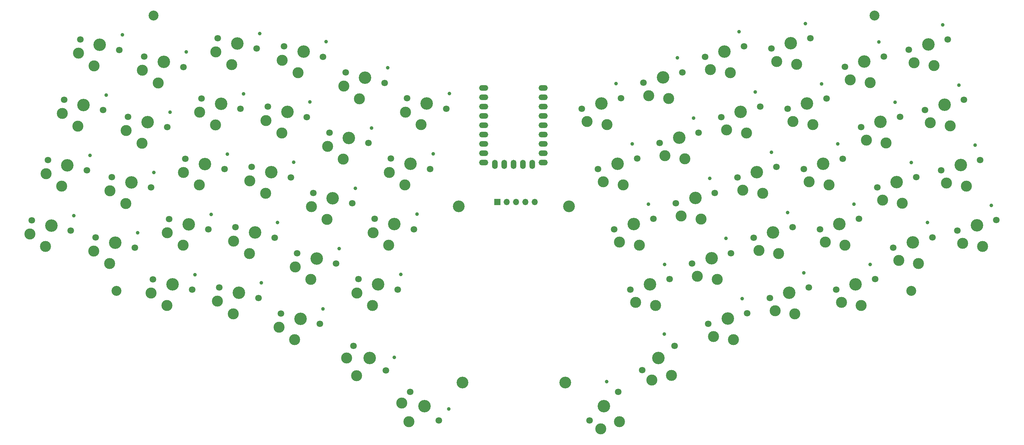
<source format=gbr>
%TF.GenerationSoftware,KiCad,Pcbnew,7.0.1*%
%TF.CreationDate,2023-03-26T20:17:16+02:00*%
%TF.ProjectId,SofleUnsplit,536f666c-6555-46e7-9370-6c69742e6b69,rev?*%
%TF.SameCoordinates,Original*%
%TF.FileFunction,Soldermask,Top*%
%TF.FilePolarity,Negative*%
%FSLAX46Y46*%
G04 Gerber Fmt 4.6, Leading zero omitted, Abs format (unit mm)*
G04 Created by KiCad (PCBNEW 7.0.1) date 2023-03-26 20:17:16*
%MOMM*%
%LPD*%
G01*
G04 APERTURE LIST*
%ADD10C,1.800000*%
%ADD11C,3.000000*%
%ADD12C,3.400000*%
%ADD13C,0.990600*%
%ADD14C,3.200000*%
%ADD15O,2.500000X1.500000*%
%ADD16O,1.500000X2.500000*%
%ADD17R,1.700000X1.700000*%
%ADD18O,1.700000X1.700000*%
%ADD19C,2.700000*%
G04 APERTURE END LIST*
D10*
%TO.C,SW7*%
X108459420Y-91020233D03*
D11*
X107971811Y-94771865D03*
D12*
X113772012Y-92443738D03*
D11*
X112232039Y-98190997D03*
D13*
X119901185Y-89737885D03*
D10*
X119084604Y-93867243D03*
%TD*%
%TO.C,SW10*%
X137234123Y-53178240D03*
D11*
X136746514Y-56929872D03*
D12*
X142546715Y-54601745D03*
D11*
X141006742Y-60349004D03*
D13*
X148675888Y-51895892D03*
D10*
X147859307Y-56025250D03*
%TD*%
%TO.C,SW37*%
X261772133Y-98163533D03*
D11*
X263225667Y-101656345D03*
D12*
X267084725Y-96740028D03*
D11*
X268624698Y-102487287D03*
D13*
X271039818Y-91332104D03*
D10*
X272397317Y-95316523D03*
%TD*%
%TO.C,SW17*%
X146467988Y-88263646D03*
D11*
X145980379Y-92015278D03*
D12*
X151780580Y-89687151D03*
D11*
X150240607Y-95434410D03*
D13*
X157909753Y-86981298D03*
D10*
X157093172Y-91110656D03*
%TD*%
%TO.C,SW47*%
X296545462Y-88846048D03*
D11*
X297998996Y-92338860D03*
D12*
X301858054Y-87422543D03*
D11*
X303398027Y-93169802D03*
D13*
X305813147Y-82014619D03*
D10*
X307170646Y-85999038D03*
%TD*%
%TO.C,SW58*%
X338306906Y-105608560D03*
D11*
X339760440Y-109101372D03*
D12*
X343619498Y-104185055D03*
D11*
X345159471Y-109932314D03*
D13*
X347574591Y-98777131D03*
D10*
X348932090Y-102761550D03*
%TD*%
D14*
%TO.C,H6*%
X232760000Y-99000000D03*
%TD*%
D10*
%TO.C,SW41*%
X274111826Y-74669237D03*
D11*
X275565360Y-78162049D03*
D12*
X279424418Y-73245732D03*
D11*
X280964391Y-78992991D03*
D13*
X283379511Y-67837808D03*
D10*
X284737010Y-71822227D03*
%TD*%
%TO.C,SW18*%
X142068064Y-104684385D03*
D11*
X141580455Y-108436017D03*
D12*
X147380656Y-106107890D03*
D11*
X145840683Y-111855149D03*
D13*
X153509829Y-103402037D03*
D10*
X152693248Y-107531395D03*
%TD*%
%TO.C,SW52*%
X316520318Y-93846563D03*
D11*
X317973852Y-97339375D03*
D12*
X321832910Y-92423058D03*
D11*
X323372883Y-98170317D03*
D13*
X325788003Y-87015134D03*
D10*
X327145502Y-90999553D03*
%TD*%
%TO.C,SW57*%
X333906983Y-89187820D03*
D11*
X335360517Y-92680632D03*
D12*
X339219575Y-87764315D03*
D11*
X340759548Y-93511574D03*
D13*
X343174668Y-82356391D03*
D10*
X344532167Y-86340810D03*
%TD*%
%TO.C,SW15*%
X155267836Y-55422168D03*
D11*
X154780227Y-59173800D03*
D12*
X160580428Y-56845673D03*
D11*
X159040455Y-62592932D03*
D13*
X166709601Y-54139820D03*
D10*
X165893020Y-58269178D03*
%TD*%
D14*
%TO.C,H8*%
X231760000Y-147000000D03*
%TD*%
D10*
%TO.C,SW22*%
X163207606Y-95337204D03*
D11*
X162719997Y-99088836D03*
D12*
X168520198Y-96760709D03*
D11*
X166980225Y-102507968D03*
D13*
X174649371Y-94054856D03*
D10*
X173832790Y-98184214D03*
%TD*%
%TO.C,SW4*%
X86672832Y-102782230D03*
D11*
X86185223Y-106533862D03*
D12*
X91985424Y-104205735D03*
D11*
X90445451Y-109952994D03*
D13*
X98114597Y-101499882D03*
D10*
X97298016Y-105629240D03*
%TD*%
%TO.C,SW49*%
X287311597Y-123931454D03*
D11*
X288765131Y-127424266D03*
D12*
X292624189Y-122507949D03*
D11*
X294164162Y-128255208D03*
D13*
X296579282Y-117100025D03*
D10*
X297936781Y-121084444D03*
%TD*%
D15*
%TO.C,U1*%
X225750000Y-66750000D03*
X225750000Y-69290000D03*
X225750000Y-71830000D03*
X225750000Y-74370000D03*
X225750000Y-76910000D03*
X225750000Y-79450000D03*
X225750000Y-81990000D03*
X225750000Y-84530000D03*
X225750000Y-87070000D03*
D16*
X222710000Y-87570000D03*
X220170000Y-87570000D03*
X217630000Y-87570000D03*
X215090000Y-87570000D03*
X212550000Y-87570000D03*
D15*
X209510000Y-87070000D03*
X209510000Y-84530000D03*
X209510000Y-81990000D03*
X209510000Y-79450000D03*
X209510000Y-76910000D03*
X209510000Y-74370000D03*
X209510000Y-71830000D03*
X209510000Y-69290000D03*
X209510000Y-66750000D03*
%TD*%
D10*
%TO.C,SW43*%
X282911674Y-107510715D03*
D11*
X284365208Y-111003527D03*
D12*
X288224266Y-106087210D03*
D11*
X289764239Y-111834469D03*
D13*
X292179359Y-100679286D03*
D10*
X293536858Y-104663705D03*
%TD*%
%TO.C,SW45*%
X287745615Y-56004570D03*
D11*
X289199149Y-59497382D03*
D12*
X293058207Y-54581065D03*
D11*
X294598180Y-60328324D03*
D13*
X297013300Y-49173141D03*
D10*
X298370799Y-53157560D03*
%TD*%
%TO.C,SW44*%
X270571980Y-131005012D03*
D11*
X272025514Y-134497824D03*
D12*
X275884572Y-129581507D03*
D11*
X277424545Y-135328766D03*
D13*
X279839665Y-124173583D03*
D10*
X281197164Y-128158002D03*
%TD*%
%TO.C,SW23*%
X158807682Y-111757943D03*
D11*
X158320073Y-115509575D03*
D12*
X164120274Y-113181448D03*
D11*
X162580301Y-118928707D03*
D13*
X170249447Y-110475595D03*
D10*
X169432866Y-114604953D03*
%TD*%
D14*
%TO.C,H7*%
X203760000Y-147000000D03*
%TD*%
D10*
%TO.C,SW42*%
X278511750Y-91089976D03*
D11*
X279965284Y-94582788D03*
D12*
X283824342Y-89666471D03*
D11*
X285364315Y-95413730D03*
D13*
X287779435Y-84258547D03*
D10*
X289136934Y-88242966D03*
%TD*%
%TO.C,SW28*%
X175547299Y-118831500D03*
D11*
X175059690Y-122583132D03*
D12*
X180859891Y-120255005D03*
D11*
X179319918Y-126002264D03*
D13*
X186989064Y-117549152D03*
D10*
X186172483Y-121678510D03*
%TD*%
%TO.C,SW34*%
X238347258Y-157332469D03*
D11*
X241352462Y-159630566D03*
D12*
X242236345Y-153443382D03*
D11*
X246443630Y-157650667D03*
D13*
X242957594Y-146782436D03*
D10*
X246125432Y-149554295D03*
%TD*%
D17*
%TO.C,J1*%
X213310000Y-97770000D03*
D18*
X215850000Y-97770000D03*
X218390000Y-97770000D03*
X220930000Y-97770000D03*
X223470000Y-97770000D03*
%TD*%
D10*
%TO.C,SW33*%
X249432439Y-121657830D03*
D11*
X250885973Y-125150642D03*
D12*
X254745031Y-120234325D03*
D11*
X256285004Y-125981584D03*
D13*
X258700124Y-114826401D03*
D10*
X260057623Y-118810820D03*
%TD*%
%TO.C,SW36*%
X257372209Y-81742794D03*
D11*
X258825743Y-85235606D03*
D12*
X262684801Y-80319289D03*
D11*
X264224774Y-86066548D03*
D13*
X266639894Y-74911365D03*
D10*
X267997393Y-78895784D03*
%TD*%
%TO.C,SW48*%
X300945386Y-105266787D03*
D11*
X302398920Y-108759599D03*
D12*
X306257978Y-103843282D03*
D11*
X307797951Y-109590541D03*
D13*
X310213071Y-98435358D03*
D10*
X311570570Y-102419777D03*
%TD*%
%TO.C,SW27*%
X179947223Y-102410761D03*
D11*
X179459614Y-106162393D03*
D12*
X185259815Y-103834266D03*
D11*
X183719842Y-109581525D03*
D13*
X191388988Y-101128413D03*
D10*
X190572407Y-105257771D03*
%TD*%
D19*
%TO.C,H3*%
X109760000Y-122000000D03*
%TD*%
D10*
%TO.C,SW1*%
X99872603Y-53520012D03*
D11*
X99384994Y-57271644D03*
D12*
X105185195Y-54943517D03*
D11*
X103645222Y-60690776D03*
D13*
X111314368Y-52237664D03*
D10*
X110497787Y-56367022D03*
%TD*%
%TO.C,SW35*%
X252972285Y-65322055D03*
D11*
X254425819Y-68814867D03*
D12*
X258284877Y-63898550D03*
D11*
X259824850Y-69645809D03*
D13*
X262239970Y-58490626D03*
D10*
X263597469Y-62475045D03*
%TD*%
%TO.C,SW38*%
X266172056Y-114584273D03*
D11*
X267625590Y-118077085D03*
D12*
X271484648Y-113160768D03*
D11*
X273024621Y-118908027D03*
D13*
X275439741Y-107752844D03*
D10*
X276797240Y-111737263D03*
%TD*%
%TO.C,SW5*%
X117259268Y-58178755D03*
D11*
X116771659Y-61930387D03*
D12*
X122571860Y-59602260D03*
D11*
X121031887Y-65349519D03*
D13*
X128701033Y-56896407D03*
D10*
X127884452Y-61025765D03*
%TD*%
%TO.C,SW12*%
X128434276Y-86019718D03*
D11*
X127946667Y-89771350D03*
D12*
X133746868Y-87443223D03*
D11*
X132206895Y-93190482D03*
D13*
X139876041Y-84737370D03*
D10*
X139059460Y-88866728D03*
%TD*%
D19*
%TO.C,H4*%
X325760000Y-122000000D03*
%TD*%
D10*
%TO.C,SW50*%
X307720470Y-61005085D03*
D11*
X309174004Y-64497897D03*
D12*
X313033062Y-59581580D03*
D11*
X314573035Y-65328839D03*
D13*
X316988155Y-54173656D03*
D10*
X318345654Y-58158075D03*
%TD*%
D19*
%TO.C,H1*%
X119760000Y-47000000D03*
%TD*%
D10*
%TO.C,SW16*%
X150867912Y-71842907D03*
D11*
X150380303Y-75594539D03*
D12*
X156180504Y-73266412D03*
D11*
X154640531Y-79013671D03*
D13*
X162309677Y-70560559D03*
D10*
X161493096Y-74689917D03*
%TD*%
%TO.C,SW32*%
X245032515Y-105237091D03*
D11*
X246486049Y-108729903D03*
D12*
X250345107Y-103813586D03*
D11*
X251885080Y-109560845D03*
D13*
X254300200Y-98405662D03*
D10*
X255657699Y-102390081D03*
%TD*%
%TO.C,SW8*%
X104059497Y-107440972D03*
D11*
X103571888Y-111192604D03*
D12*
X109372089Y-108864477D03*
D11*
X107832116Y-114611736D03*
D13*
X115501262Y-106158624D03*
D10*
X114684681Y-110287982D03*
%TD*%
%TO.C,SW40*%
X269711902Y-58248498D03*
D11*
X271165436Y-61741310D03*
D12*
X275024494Y-56824993D03*
D11*
X276564467Y-62572252D03*
D13*
X278979587Y-51417069D03*
D10*
X280337086Y-55401488D03*
%TD*%
%TO.C,SW14*%
X137668141Y-121105124D03*
D11*
X137180532Y-124856756D03*
D12*
X142980733Y-122528629D03*
D11*
X141440760Y-128275888D03*
D13*
X149109906Y-119822776D03*
D10*
X148293325Y-123952134D03*
%TD*%
%TO.C,SW54*%
X305345310Y-121687526D03*
D11*
X306798844Y-125180338D03*
D12*
X310657902Y-120264021D03*
D11*
X312197875Y-126011280D03*
D13*
X314612995Y-114856097D03*
D10*
X315970494Y-118840516D03*
%TD*%
D14*
%TO.C,H5*%
X202760000Y-99000000D03*
%TD*%
D10*
%TO.C,SW29*%
X189532760Y-149576108D03*
D11*
X187234663Y-152581312D03*
D12*
X193421847Y-153465195D03*
D11*
X189214562Y-157672480D03*
D13*
X200082793Y-154186444D03*
D10*
X197310934Y-157354282D03*
%TD*%
%TO.C,SW30*%
X236232668Y-72383505D03*
D11*
X237686202Y-75876317D03*
D12*
X241545260Y-70960000D03*
D11*
X243085233Y-76707259D03*
D13*
X245500353Y-65552076D03*
D10*
X246857852Y-69536495D03*
%TD*%
%TO.C,SW26*%
X184347147Y-85990022D03*
D11*
X183859538Y-89741654D03*
D12*
X189659739Y-87413527D03*
D11*
X188119766Y-93160786D03*
D13*
X195788912Y-84707674D03*
D10*
X194972331Y-88837032D03*
%TD*%
D19*
%TO.C,H2*%
X315760000Y-47000000D03*
%TD*%
D10*
%TO.C,SW21*%
X167607529Y-78916464D03*
D11*
X167119920Y-82668096D03*
D12*
X172920121Y-80339969D03*
D11*
X171380148Y-86087228D03*
D13*
X179049294Y-77634116D03*
D10*
X178232713Y-81763474D03*
%TD*%
%TO.C,SW9*%
X119634428Y-118861196D03*
D11*
X119146819Y-122612828D03*
D12*
X124947020Y-120284701D03*
D11*
X123407047Y-126031960D03*
D13*
X131076193Y-117578848D03*
D10*
X130259612Y-121708206D03*
%TD*%
%TO.C,SW24*%
X174188793Y-137039996D03*
D11*
X172331304Y-140335787D03*
D12*
X178581288Y-140349979D03*
D11*
X175000489Y-145101860D03*
D13*
X185277788Y-140137184D03*
D10*
X182973783Y-143659962D03*
%TD*%
%TO.C,SW6*%
X112859344Y-74599494D03*
D11*
X112371735Y-78351126D03*
D12*
X118171936Y-76022999D03*
D11*
X116631963Y-81770258D03*
D13*
X124301109Y-73317146D03*
D10*
X123484528Y-77446504D03*
%TD*%
%TO.C,SW2*%
X95472679Y-69940751D03*
D11*
X94985070Y-73692383D03*
D12*
X100785271Y-71364256D03*
D11*
X99245298Y-77111515D03*
D13*
X106914444Y-68658403D03*
D10*
X106097863Y-72787761D03*
%TD*%
%TO.C,SW25*%
X188747070Y-69569283D03*
D11*
X188259461Y-73320915D03*
D12*
X194059662Y-70992788D03*
D11*
X192519689Y-76740047D03*
D13*
X200188835Y-68286935D03*
D10*
X199372254Y-72416293D03*
%TD*%
%TO.C,SW13*%
X124034352Y-102440457D03*
D11*
X123546743Y-106192089D03*
D12*
X129346944Y-103863962D03*
D11*
X127806971Y-109611221D03*
D13*
X135476117Y-101158109D03*
D10*
X134659536Y-105287467D03*
%TD*%
%TO.C,SW55*%
X325107135Y-56346342D03*
D11*
X326560669Y-59839154D03*
D12*
X330419727Y-54922837D03*
D11*
X331959700Y-60670096D03*
D13*
X334374820Y-49514913D03*
D10*
X335732319Y-53499332D03*
%TD*%
%TO.C,SW20*%
X172007453Y-62495725D03*
D11*
X171519844Y-66247357D03*
D12*
X177320045Y-63919230D03*
D11*
X175780072Y-69666489D03*
D13*
X183449218Y-61213377D03*
D10*
X182632637Y-65342735D03*
%TD*%
%TO.C,SW11*%
X132834200Y-69598979D03*
D11*
X132346591Y-73350611D03*
D12*
X138146792Y-71022484D03*
D11*
X136606819Y-76769743D03*
D13*
X144275965Y-68316631D03*
D10*
X143459384Y-72445989D03*
%TD*%
%TO.C,SW56*%
X329507059Y-72767081D03*
D11*
X330960593Y-76259893D03*
D12*
X334819651Y-71343576D03*
D11*
X336359624Y-77090835D03*
D13*
X338774744Y-65935652D03*
D10*
X340132243Y-69920071D03*
%TD*%
%TO.C,SW39*%
X252631140Y-143639282D03*
D11*
X255287264Y-146333257D03*
D12*
X257023635Y-140329299D03*
D11*
X260604434Y-145081180D03*
D13*
X258664889Y-133833555D03*
D10*
X261416130Y-137019316D03*
%TD*%
%TO.C,SW51*%
X312120394Y-77425824D03*
D11*
X313573928Y-80918636D03*
D12*
X317432986Y-76002319D03*
D11*
X318972959Y-81749578D03*
D13*
X321388079Y-70594395D03*
D10*
X322745578Y-74578814D03*
%TD*%
%TO.C,SW53*%
X320920241Y-110267302D03*
D11*
X322373775Y-113760114D03*
D12*
X326232833Y-108843797D03*
D11*
X327772806Y-114591056D03*
D13*
X330187926Y-103435873D03*
D10*
X331545425Y-107420292D03*
%TD*%
%TO.C,SW19*%
X154407758Y-128178682D03*
D11*
X153920149Y-131930314D03*
D12*
X159720350Y-129602187D03*
D11*
X158180377Y-135349446D03*
D13*
X165849523Y-126896334D03*
D10*
X165032942Y-131025692D03*
%TD*%
%TO.C,SW31*%
X240632592Y-88816352D03*
D11*
X242086126Y-92309164D03*
D12*
X245945184Y-87392847D03*
D11*
X247485157Y-93140106D03*
D13*
X249900277Y-81984923D03*
D10*
X251257776Y-85969342D03*
%TD*%
%TO.C,SW3*%
X91072756Y-86361491D03*
D11*
X90585147Y-90113123D03*
D12*
X96385348Y-87784996D03*
D11*
X94845375Y-93532255D03*
D13*
X102514521Y-85079143D03*
D10*
X101697940Y-89208501D03*
%TD*%
%TO.C,SW46*%
X292145539Y-72425309D03*
D11*
X293599073Y-75918121D03*
D12*
X297458131Y-71001804D03*
D11*
X298998104Y-76749063D03*
D13*
X301413224Y-65593880D03*
D10*
X302770723Y-69578299D03*
%TD*%
M02*

</source>
